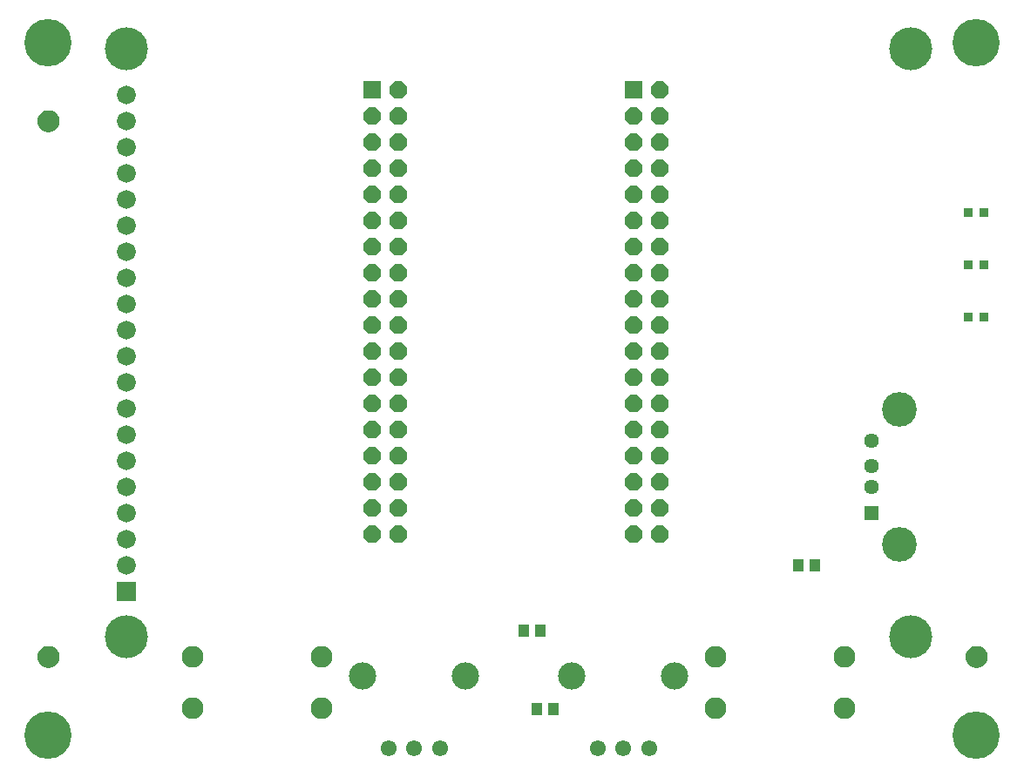
<source format=gbr>
G04 EAGLE Gerber RS-274X export*
G75*
%MOMM*%
%FSLAX34Y34*%
%LPD*%
%INSoldermask Top*%
%IPPOS*%
%AMOC8*
5,1,8,0,0,1.08239X$1,22.5*%
G01*
%ADD10R,0.952400X0.952400*%
%ADD11C,0.609600*%
%ADD12C,1.168400*%
%ADD13C,4.597400*%
%ADD14C,1.552400*%
%ADD15C,2.652400*%
%ADD16R,1.102359X1.183641*%
%ADD17R,1.828800X1.828800*%
%ADD18C,1.828800*%
%ADD19C,4.168400*%
%ADD20C,2.112400*%
%ADD21R,1.676400X1.676400*%
%ADD22P,1.814519X8X292.500000*%
%ADD23R,1.440400X1.440400*%
%ADD24C,1.440400*%
%ADD25C,3.372400*%


D10*
X932300Y495300D03*
X947300Y495300D03*
X932300Y444500D03*
X947300Y444500D03*
X932300Y546100D03*
X947300Y546100D03*
D11*
X30480Y635000D02*
X30482Y635187D01*
X30489Y635374D01*
X30501Y635561D01*
X30517Y635747D01*
X30537Y635933D01*
X30562Y636118D01*
X30592Y636303D01*
X30626Y636487D01*
X30665Y636670D01*
X30708Y636852D01*
X30756Y637032D01*
X30808Y637212D01*
X30865Y637390D01*
X30925Y637567D01*
X30991Y637742D01*
X31060Y637916D01*
X31134Y638088D01*
X31212Y638258D01*
X31294Y638426D01*
X31380Y638592D01*
X31470Y638756D01*
X31564Y638917D01*
X31662Y639077D01*
X31764Y639233D01*
X31870Y639388D01*
X31980Y639539D01*
X32093Y639688D01*
X32210Y639834D01*
X32330Y639977D01*
X32454Y640117D01*
X32581Y640254D01*
X32712Y640388D01*
X32846Y640519D01*
X32983Y640646D01*
X33123Y640770D01*
X33266Y640890D01*
X33412Y641007D01*
X33561Y641120D01*
X33712Y641230D01*
X33867Y641336D01*
X34023Y641438D01*
X34183Y641536D01*
X34344Y641630D01*
X34508Y641720D01*
X34674Y641806D01*
X34842Y641888D01*
X35012Y641966D01*
X35184Y642040D01*
X35358Y642109D01*
X35533Y642175D01*
X35710Y642235D01*
X35888Y642292D01*
X36068Y642344D01*
X36248Y642392D01*
X36430Y642435D01*
X36613Y642474D01*
X36797Y642508D01*
X36982Y642538D01*
X37167Y642563D01*
X37353Y642583D01*
X37539Y642599D01*
X37726Y642611D01*
X37913Y642618D01*
X38100Y642620D01*
X38287Y642618D01*
X38474Y642611D01*
X38661Y642599D01*
X38847Y642583D01*
X39033Y642563D01*
X39218Y642538D01*
X39403Y642508D01*
X39587Y642474D01*
X39770Y642435D01*
X39952Y642392D01*
X40132Y642344D01*
X40312Y642292D01*
X40490Y642235D01*
X40667Y642175D01*
X40842Y642109D01*
X41016Y642040D01*
X41188Y641966D01*
X41358Y641888D01*
X41526Y641806D01*
X41692Y641720D01*
X41856Y641630D01*
X42017Y641536D01*
X42177Y641438D01*
X42333Y641336D01*
X42488Y641230D01*
X42639Y641120D01*
X42788Y641007D01*
X42934Y640890D01*
X43077Y640770D01*
X43217Y640646D01*
X43354Y640519D01*
X43488Y640388D01*
X43619Y640254D01*
X43746Y640117D01*
X43870Y639977D01*
X43990Y639834D01*
X44107Y639688D01*
X44220Y639539D01*
X44330Y639388D01*
X44436Y639233D01*
X44538Y639077D01*
X44636Y638917D01*
X44730Y638756D01*
X44820Y638592D01*
X44906Y638426D01*
X44988Y638258D01*
X45066Y638088D01*
X45140Y637916D01*
X45209Y637742D01*
X45275Y637567D01*
X45335Y637390D01*
X45392Y637212D01*
X45444Y637032D01*
X45492Y636852D01*
X45535Y636670D01*
X45574Y636487D01*
X45608Y636303D01*
X45638Y636118D01*
X45663Y635933D01*
X45683Y635747D01*
X45699Y635561D01*
X45711Y635374D01*
X45718Y635187D01*
X45720Y635000D01*
X45718Y634813D01*
X45711Y634626D01*
X45699Y634439D01*
X45683Y634253D01*
X45663Y634067D01*
X45638Y633882D01*
X45608Y633697D01*
X45574Y633513D01*
X45535Y633330D01*
X45492Y633148D01*
X45444Y632968D01*
X45392Y632788D01*
X45335Y632610D01*
X45275Y632433D01*
X45209Y632258D01*
X45140Y632084D01*
X45066Y631912D01*
X44988Y631742D01*
X44906Y631574D01*
X44820Y631408D01*
X44730Y631244D01*
X44636Y631083D01*
X44538Y630923D01*
X44436Y630767D01*
X44330Y630612D01*
X44220Y630461D01*
X44107Y630312D01*
X43990Y630166D01*
X43870Y630023D01*
X43746Y629883D01*
X43619Y629746D01*
X43488Y629612D01*
X43354Y629481D01*
X43217Y629354D01*
X43077Y629230D01*
X42934Y629110D01*
X42788Y628993D01*
X42639Y628880D01*
X42488Y628770D01*
X42333Y628664D01*
X42177Y628562D01*
X42017Y628464D01*
X41856Y628370D01*
X41692Y628280D01*
X41526Y628194D01*
X41358Y628112D01*
X41188Y628034D01*
X41016Y627960D01*
X40842Y627891D01*
X40667Y627825D01*
X40490Y627765D01*
X40312Y627708D01*
X40132Y627656D01*
X39952Y627608D01*
X39770Y627565D01*
X39587Y627526D01*
X39403Y627492D01*
X39218Y627462D01*
X39033Y627437D01*
X38847Y627417D01*
X38661Y627401D01*
X38474Y627389D01*
X38287Y627382D01*
X38100Y627380D01*
X37913Y627382D01*
X37726Y627389D01*
X37539Y627401D01*
X37353Y627417D01*
X37167Y627437D01*
X36982Y627462D01*
X36797Y627492D01*
X36613Y627526D01*
X36430Y627565D01*
X36248Y627608D01*
X36068Y627656D01*
X35888Y627708D01*
X35710Y627765D01*
X35533Y627825D01*
X35358Y627891D01*
X35184Y627960D01*
X35012Y628034D01*
X34842Y628112D01*
X34674Y628194D01*
X34508Y628280D01*
X34344Y628370D01*
X34183Y628464D01*
X34023Y628562D01*
X33867Y628664D01*
X33712Y628770D01*
X33561Y628880D01*
X33412Y628993D01*
X33266Y629110D01*
X33123Y629230D01*
X32983Y629354D01*
X32846Y629481D01*
X32712Y629612D01*
X32581Y629746D01*
X32454Y629883D01*
X32330Y630023D01*
X32210Y630166D01*
X32093Y630312D01*
X31980Y630461D01*
X31870Y630612D01*
X31764Y630767D01*
X31662Y630923D01*
X31564Y631083D01*
X31470Y631244D01*
X31380Y631408D01*
X31294Y631574D01*
X31212Y631742D01*
X31134Y631912D01*
X31060Y632084D01*
X30991Y632258D01*
X30925Y632433D01*
X30865Y632610D01*
X30808Y632788D01*
X30756Y632968D01*
X30708Y633148D01*
X30665Y633330D01*
X30626Y633513D01*
X30592Y633697D01*
X30562Y633882D01*
X30537Y634067D01*
X30517Y634253D01*
X30501Y634439D01*
X30489Y634626D01*
X30482Y634813D01*
X30480Y635000D01*
D12*
X38100Y635000D03*
D11*
X30480Y114300D02*
X30482Y114487D01*
X30489Y114674D01*
X30501Y114861D01*
X30517Y115047D01*
X30537Y115233D01*
X30562Y115418D01*
X30592Y115603D01*
X30626Y115787D01*
X30665Y115970D01*
X30708Y116152D01*
X30756Y116332D01*
X30808Y116512D01*
X30865Y116690D01*
X30925Y116867D01*
X30991Y117042D01*
X31060Y117216D01*
X31134Y117388D01*
X31212Y117558D01*
X31294Y117726D01*
X31380Y117892D01*
X31470Y118056D01*
X31564Y118217D01*
X31662Y118377D01*
X31764Y118533D01*
X31870Y118688D01*
X31980Y118839D01*
X32093Y118988D01*
X32210Y119134D01*
X32330Y119277D01*
X32454Y119417D01*
X32581Y119554D01*
X32712Y119688D01*
X32846Y119819D01*
X32983Y119946D01*
X33123Y120070D01*
X33266Y120190D01*
X33412Y120307D01*
X33561Y120420D01*
X33712Y120530D01*
X33867Y120636D01*
X34023Y120738D01*
X34183Y120836D01*
X34344Y120930D01*
X34508Y121020D01*
X34674Y121106D01*
X34842Y121188D01*
X35012Y121266D01*
X35184Y121340D01*
X35358Y121409D01*
X35533Y121475D01*
X35710Y121535D01*
X35888Y121592D01*
X36068Y121644D01*
X36248Y121692D01*
X36430Y121735D01*
X36613Y121774D01*
X36797Y121808D01*
X36982Y121838D01*
X37167Y121863D01*
X37353Y121883D01*
X37539Y121899D01*
X37726Y121911D01*
X37913Y121918D01*
X38100Y121920D01*
X38287Y121918D01*
X38474Y121911D01*
X38661Y121899D01*
X38847Y121883D01*
X39033Y121863D01*
X39218Y121838D01*
X39403Y121808D01*
X39587Y121774D01*
X39770Y121735D01*
X39952Y121692D01*
X40132Y121644D01*
X40312Y121592D01*
X40490Y121535D01*
X40667Y121475D01*
X40842Y121409D01*
X41016Y121340D01*
X41188Y121266D01*
X41358Y121188D01*
X41526Y121106D01*
X41692Y121020D01*
X41856Y120930D01*
X42017Y120836D01*
X42177Y120738D01*
X42333Y120636D01*
X42488Y120530D01*
X42639Y120420D01*
X42788Y120307D01*
X42934Y120190D01*
X43077Y120070D01*
X43217Y119946D01*
X43354Y119819D01*
X43488Y119688D01*
X43619Y119554D01*
X43746Y119417D01*
X43870Y119277D01*
X43990Y119134D01*
X44107Y118988D01*
X44220Y118839D01*
X44330Y118688D01*
X44436Y118533D01*
X44538Y118377D01*
X44636Y118217D01*
X44730Y118056D01*
X44820Y117892D01*
X44906Y117726D01*
X44988Y117558D01*
X45066Y117388D01*
X45140Y117216D01*
X45209Y117042D01*
X45275Y116867D01*
X45335Y116690D01*
X45392Y116512D01*
X45444Y116332D01*
X45492Y116152D01*
X45535Y115970D01*
X45574Y115787D01*
X45608Y115603D01*
X45638Y115418D01*
X45663Y115233D01*
X45683Y115047D01*
X45699Y114861D01*
X45711Y114674D01*
X45718Y114487D01*
X45720Y114300D01*
X45718Y114113D01*
X45711Y113926D01*
X45699Y113739D01*
X45683Y113553D01*
X45663Y113367D01*
X45638Y113182D01*
X45608Y112997D01*
X45574Y112813D01*
X45535Y112630D01*
X45492Y112448D01*
X45444Y112268D01*
X45392Y112088D01*
X45335Y111910D01*
X45275Y111733D01*
X45209Y111558D01*
X45140Y111384D01*
X45066Y111212D01*
X44988Y111042D01*
X44906Y110874D01*
X44820Y110708D01*
X44730Y110544D01*
X44636Y110383D01*
X44538Y110223D01*
X44436Y110067D01*
X44330Y109912D01*
X44220Y109761D01*
X44107Y109612D01*
X43990Y109466D01*
X43870Y109323D01*
X43746Y109183D01*
X43619Y109046D01*
X43488Y108912D01*
X43354Y108781D01*
X43217Y108654D01*
X43077Y108530D01*
X42934Y108410D01*
X42788Y108293D01*
X42639Y108180D01*
X42488Y108070D01*
X42333Y107964D01*
X42177Y107862D01*
X42017Y107764D01*
X41856Y107670D01*
X41692Y107580D01*
X41526Y107494D01*
X41358Y107412D01*
X41188Y107334D01*
X41016Y107260D01*
X40842Y107191D01*
X40667Y107125D01*
X40490Y107065D01*
X40312Y107008D01*
X40132Y106956D01*
X39952Y106908D01*
X39770Y106865D01*
X39587Y106826D01*
X39403Y106792D01*
X39218Y106762D01*
X39033Y106737D01*
X38847Y106717D01*
X38661Y106701D01*
X38474Y106689D01*
X38287Y106682D01*
X38100Y106680D01*
X37913Y106682D01*
X37726Y106689D01*
X37539Y106701D01*
X37353Y106717D01*
X37167Y106737D01*
X36982Y106762D01*
X36797Y106792D01*
X36613Y106826D01*
X36430Y106865D01*
X36248Y106908D01*
X36068Y106956D01*
X35888Y107008D01*
X35710Y107065D01*
X35533Y107125D01*
X35358Y107191D01*
X35184Y107260D01*
X35012Y107334D01*
X34842Y107412D01*
X34674Y107494D01*
X34508Y107580D01*
X34344Y107670D01*
X34183Y107764D01*
X34023Y107862D01*
X33867Y107964D01*
X33712Y108070D01*
X33561Y108180D01*
X33412Y108293D01*
X33266Y108410D01*
X33123Y108530D01*
X32983Y108654D01*
X32846Y108781D01*
X32712Y108912D01*
X32581Y109046D01*
X32454Y109183D01*
X32330Y109323D01*
X32210Y109466D01*
X32093Y109612D01*
X31980Y109761D01*
X31870Y109912D01*
X31764Y110067D01*
X31662Y110223D01*
X31564Y110383D01*
X31470Y110544D01*
X31380Y110708D01*
X31294Y110874D01*
X31212Y111042D01*
X31134Y111212D01*
X31060Y111384D01*
X30991Y111558D01*
X30925Y111733D01*
X30865Y111910D01*
X30808Y112088D01*
X30756Y112268D01*
X30708Y112448D01*
X30665Y112630D01*
X30626Y112813D01*
X30592Y112997D01*
X30562Y113182D01*
X30537Y113367D01*
X30517Y113553D01*
X30501Y113739D01*
X30489Y113926D01*
X30482Y114113D01*
X30480Y114300D01*
D12*
X38100Y114300D03*
D11*
X932180Y114300D02*
X932182Y114487D01*
X932189Y114674D01*
X932201Y114861D01*
X932217Y115047D01*
X932237Y115233D01*
X932262Y115418D01*
X932292Y115603D01*
X932326Y115787D01*
X932365Y115970D01*
X932408Y116152D01*
X932456Y116332D01*
X932508Y116512D01*
X932565Y116690D01*
X932625Y116867D01*
X932691Y117042D01*
X932760Y117216D01*
X932834Y117388D01*
X932912Y117558D01*
X932994Y117726D01*
X933080Y117892D01*
X933170Y118056D01*
X933264Y118217D01*
X933362Y118377D01*
X933464Y118533D01*
X933570Y118688D01*
X933680Y118839D01*
X933793Y118988D01*
X933910Y119134D01*
X934030Y119277D01*
X934154Y119417D01*
X934281Y119554D01*
X934412Y119688D01*
X934546Y119819D01*
X934683Y119946D01*
X934823Y120070D01*
X934966Y120190D01*
X935112Y120307D01*
X935261Y120420D01*
X935412Y120530D01*
X935567Y120636D01*
X935723Y120738D01*
X935883Y120836D01*
X936044Y120930D01*
X936208Y121020D01*
X936374Y121106D01*
X936542Y121188D01*
X936712Y121266D01*
X936884Y121340D01*
X937058Y121409D01*
X937233Y121475D01*
X937410Y121535D01*
X937588Y121592D01*
X937768Y121644D01*
X937948Y121692D01*
X938130Y121735D01*
X938313Y121774D01*
X938497Y121808D01*
X938682Y121838D01*
X938867Y121863D01*
X939053Y121883D01*
X939239Y121899D01*
X939426Y121911D01*
X939613Y121918D01*
X939800Y121920D01*
X939987Y121918D01*
X940174Y121911D01*
X940361Y121899D01*
X940547Y121883D01*
X940733Y121863D01*
X940918Y121838D01*
X941103Y121808D01*
X941287Y121774D01*
X941470Y121735D01*
X941652Y121692D01*
X941832Y121644D01*
X942012Y121592D01*
X942190Y121535D01*
X942367Y121475D01*
X942542Y121409D01*
X942716Y121340D01*
X942888Y121266D01*
X943058Y121188D01*
X943226Y121106D01*
X943392Y121020D01*
X943556Y120930D01*
X943717Y120836D01*
X943877Y120738D01*
X944033Y120636D01*
X944188Y120530D01*
X944339Y120420D01*
X944488Y120307D01*
X944634Y120190D01*
X944777Y120070D01*
X944917Y119946D01*
X945054Y119819D01*
X945188Y119688D01*
X945319Y119554D01*
X945446Y119417D01*
X945570Y119277D01*
X945690Y119134D01*
X945807Y118988D01*
X945920Y118839D01*
X946030Y118688D01*
X946136Y118533D01*
X946238Y118377D01*
X946336Y118217D01*
X946430Y118056D01*
X946520Y117892D01*
X946606Y117726D01*
X946688Y117558D01*
X946766Y117388D01*
X946840Y117216D01*
X946909Y117042D01*
X946975Y116867D01*
X947035Y116690D01*
X947092Y116512D01*
X947144Y116332D01*
X947192Y116152D01*
X947235Y115970D01*
X947274Y115787D01*
X947308Y115603D01*
X947338Y115418D01*
X947363Y115233D01*
X947383Y115047D01*
X947399Y114861D01*
X947411Y114674D01*
X947418Y114487D01*
X947420Y114300D01*
X947418Y114113D01*
X947411Y113926D01*
X947399Y113739D01*
X947383Y113553D01*
X947363Y113367D01*
X947338Y113182D01*
X947308Y112997D01*
X947274Y112813D01*
X947235Y112630D01*
X947192Y112448D01*
X947144Y112268D01*
X947092Y112088D01*
X947035Y111910D01*
X946975Y111733D01*
X946909Y111558D01*
X946840Y111384D01*
X946766Y111212D01*
X946688Y111042D01*
X946606Y110874D01*
X946520Y110708D01*
X946430Y110544D01*
X946336Y110383D01*
X946238Y110223D01*
X946136Y110067D01*
X946030Y109912D01*
X945920Y109761D01*
X945807Y109612D01*
X945690Y109466D01*
X945570Y109323D01*
X945446Y109183D01*
X945319Y109046D01*
X945188Y108912D01*
X945054Y108781D01*
X944917Y108654D01*
X944777Y108530D01*
X944634Y108410D01*
X944488Y108293D01*
X944339Y108180D01*
X944188Y108070D01*
X944033Y107964D01*
X943877Y107862D01*
X943717Y107764D01*
X943556Y107670D01*
X943392Y107580D01*
X943226Y107494D01*
X943058Y107412D01*
X942888Y107334D01*
X942716Y107260D01*
X942542Y107191D01*
X942367Y107125D01*
X942190Y107065D01*
X942012Y107008D01*
X941832Y106956D01*
X941652Y106908D01*
X941470Y106865D01*
X941287Y106826D01*
X941103Y106792D01*
X940918Y106762D01*
X940733Y106737D01*
X940547Y106717D01*
X940361Y106701D01*
X940174Y106689D01*
X939987Y106682D01*
X939800Y106680D01*
X939613Y106682D01*
X939426Y106689D01*
X939239Y106701D01*
X939053Y106717D01*
X938867Y106737D01*
X938682Y106762D01*
X938497Y106792D01*
X938313Y106826D01*
X938130Y106865D01*
X937948Y106908D01*
X937768Y106956D01*
X937588Y107008D01*
X937410Y107065D01*
X937233Y107125D01*
X937058Y107191D01*
X936884Y107260D01*
X936712Y107334D01*
X936542Y107412D01*
X936374Y107494D01*
X936208Y107580D01*
X936044Y107670D01*
X935883Y107764D01*
X935723Y107862D01*
X935567Y107964D01*
X935412Y108070D01*
X935261Y108180D01*
X935112Y108293D01*
X934966Y108410D01*
X934823Y108530D01*
X934683Y108654D01*
X934546Y108781D01*
X934412Y108912D01*
X934281Y109046D01*
X934154Y109183D01*
X934030Y109323D01*
X933910Y109466D01*
X933793Y109612D01*
X933680Y109761D01*
X933570Y109912D01*
X933464Y110067D01*
X933362Y110223D01*
X933264Y110383D01*
X933170Y110544D01*
X933080Y110708D01*
X932994Y110874D01*
X932912Y111042D01*
X932834Y111212D01*
X932760Y111384D01*
X932691Y111558D01*
X932625Y111733D01*
X932565Y111910D01*
X932508Y112088D01*
X932456Y112268D01*
X932408Y112448D01*
X932365Y112630D01*
X932326Y112813D01*
X932292Y112997D01*
X932262Y113182D01*
X932237Y113367D01*
X932217Y113553D01*
X932201Y113739D01*
X932189Y113926D01*
X932182Y114113D01*
X932180Y114300D01*
D12*
X939800Y114300D03*
D13*
X939800Y711200D03*
X38100Y711200D03*
X38100Y38100D03*
X939800Y38100D03*
D14*
X418700Y25400D03*
X393700Y25400D03*
X368700Y25400D03*
D15*
X443700Y95400D03*
X343700Y95400D03*
D14*
X621900Y25400D03*
X596900Y25400D03*
X571900Y25400D03*
D15*
X646900Y95400D03*
X546900Y95400D03*
D16*
X766699Y203200D03*
X782701Y203200D03*
X512699Y63500D03*
X528701Y63500D03*
X499999Y139700D03*
X516001Y139700D03*
D17*
X114300Y177800D03*
D18*
X114300Y203200D03*
X114300Y228600D03*
X114300Y254000D03*
X114300Y279400D03*
X114300Y304800D03*
X114300Y330200D03*
X114300Y355600D03*
X114300Y381000D03*
X114300Y406400D03*
X114300Y431800D03*
X114300Y457200D03*
X114300Y482600D03*
X114300Y508000D03*
X114300Y533400D03*
X114300Y558800D03*
X114300Y584200D03*
X114300Y609600D03*
X114300Y635000D03*
X114300Y660400D03*
D19*
X114300Y133350D03*
X114300Y704850D03*
X876300Y133350D03*
X876300Y704850D03*
D20*
X686800Y113900D03*
X686800Y63900D03*
X811800Y63900D03*
X811800Y113900D03*
X178800Y113900D03*
X178800Y63900D03*
X303800Y63900D03*
X303800Y113900D03*
D21*
X352800Y664800D03*
D22*
X378200Y664800D03*
X352800Y639400D03*
X378200Y639400D03*
X352800Y614000D03*
X378200Y614000D03*
X352800Y588600D03*
X378200Y588600D03*
X352800Y563200D03*
X378200Y563200D03*
X352800Y537800D03*
X378200Y537800D03*
X352800Y512400D03*
X378200Y512400D03*
X352800Y487000D03*
X378200Y487000D03*
X352800Y461600D03*
X378200Y461600D03*
X352800Y436200D03*
X378200Y436200D03*
X352800Y410800D03*
X378200Y410800D03*
X352800Y385400D03*
X378200Y385400D03*
X352800Y360000D03*
X378200Y360000D03*
X352800Y334600D03*
X378200Y334600D03*
X352800Y309200D03*
X378200Y309200D03*
X352800Y283800D03*
X378200Y283800D03*
X352800Y258400D03*
X378200Y258400D03*
X352800Y233000D03*
X378200Y233000D03*
D21*
X606800Y664800D03*
D22*
X632200Y664800D03*
X606800Y639400D03*
X632200Y639400D03*
X606800Y614000D03*
X632200Y614000D03*
X606800Y588600D03*
X632200Y588600D03*
X606800Y563200D03*
X632200Y563200D03*
X606800Y537800D03*
X632200Y537800D03*
X606800Y512400D03*
X632200Y512400D03*
X606800Y487000D03*
X632200Y487000D03*
X606800Y461600D03*
X632200Y461600D03*
X606800Y436200D03*
X632200Y436200D03*
X606800Y410800D03*
X632200Y410800D03*
X606800Y385400D03*
X632200Y385400D03*
X606800Y360000D03*
X632200Y360000D03*
X606800Y334600D03*
X632200Y334600D03*
X606800Y309200D03*
X632200Y309200D03*
X606800Y283800D03*
X632200Y283800D03*
X606800Y258400D03*
X632200Y258400D03*
X606800Y233000D03*
X632200Y233000D03*
D23*
X838200Y254000D03*
D24*
X838200Y279000D03*
X838200Y299000D03*
X838200Y324000D03*
D25*
X865300Y223300D03*
X865300Y354700D03*
M02*

</source>
